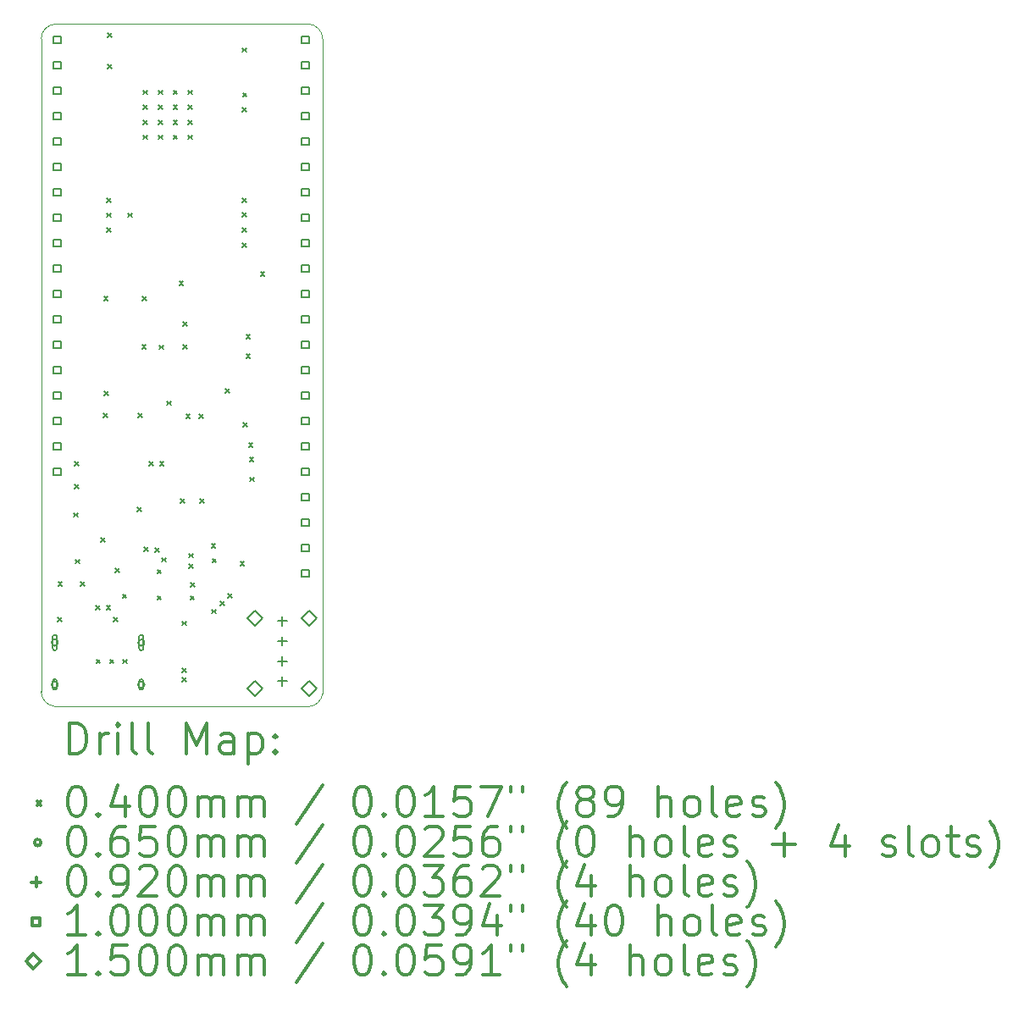
<source format=gbr>
%FSLAX45Y45*%
G04 Gerber Fmt 4.5, Leading zero omitted, Abs format (unit mm)*
G04 Created by KiCad (PCBNEW 5.1.10-88a1d61d58~90~ubuntu20.04.1) date 2021-07-14 19:36:43*
%MOMM*%
%LPD*%
G01*
G04 APERTURE LIST*
%TA.AperFunction,Profile*%
%ADD10C,0.050000*%
%TD*%
%ADD11C,0.200000*%
%ADD12C,0.300000*%
G04 APERTURE END LIST*
D10*
X16582000Y-5792000D02*
X16582104Y-12315978D01*
X16715000Y-12465000D02*
X19246978Y-12467896D01*
X16715000Y-12465000D02*
G75*
G02*
X16582104Y-12315978I17104J149022D01*
G01*
X19396000Y-5792000D02*
X19396000Y-12335000D01*
X16732000Y-5642000D02*
X19245856Y-5641898D01*
X19396000Y-12335000D02*
G75*
G02*
X19246978Y-12467896I-149022J17104D01*
G01*
X16582000Y-5792000D02*
G75*
G02*
X16732000Y-5642000I150000J0D01*
G01*
X19245856Y-5641898D02*
G75*
G02*
X19396000Y-5792000I0J-150144D01*
G01*
D11*
X16747000Y-11578000D02*
X16787000Y-11618000D01*
X16787000Y-11578000D02*
X16747000Y-11618000D01*
X16751000Y-11219000D02*
X16791000Y-11259000D01*
X16791000Y-11219000D02*
X16751000Y-11259000D01*
X16908000Y-10531000D02*
X16948000Y-10571000D01*
X16948000Y-10531000D02*
X16908000Y-10571000D01*
X16918266Y-10017944D02*
X16958266Y-10057944D01*
X16958266Y-10017944D02*
X16918266Y-10057944D01*
X16919282Y-10244766D02*
X16959282Y-10284766D01*
X16959282Y-10244766D02*
X16919282Y-10284766D01*
X16923092Y-10996098D02*
X16963092Y-11036098D01*
X16963092Y-10996098D02*
X16923092Y-11036098D01*
X16975000Y-11218000D02*
X17015000Y-11258000D01*
X17015000Y-11218000D02*
X16975000Y-11258000D01*
X17128250Y-11456500D02*
X17168250Y-11496500D01*
X17168250Y-11456500D02*
X17128250Y-11496500D01*
X17133698Y-11996302D02*
X17173698Y-12036302D01*
X17173698Y-11996302D02*
X17133698Y-12036302D01*
X17181861Y-10779476D02*
X17221861Y-10819476D01*
X17221861Y-10779476D02*
X17181861Y-10819476D01*
X17201952Y-9532772D02*
X17241952Y-9572772D01*
X17241952Y-9532772D02*
X17201952Y-9572772D01*
X17208080Y-8365420D02*
X17248080Y-8405420D01*
X17248080Y-8365420D02*
X17208080Y-8405420D01*
X17215700Y-9317920D02*
X17255700Y-9357920D01*
X17255700Y-9317920D02*
X17215700Y-9357920D01*
X17233250Y-11456500D02*
X17273250Y-11496500D01*
X17273250Y-11456500D02*
X17233250Y-11496500D01*
X17237798Y-7683938D02*
X17277798Y-7723938D01*
X17277798Y-7683938D02*
X17237798Y-7723938D01*
X17238814Y-7532808D02*
X17278814Y-7572808D01*
X17278814Y-7532808D02*
X17238814Y-7572808D01*
X17239322Y-7386250D02*
X17279322Y-7426250D01*
X17279322Y-7386250D02*
X17239322Y-7426250D01*
X17244910Y-5735250D02*
X17284910Y-5775250D01*
X17284910Y-5735250D02*
X17244910Y-5775250D01*
X17245164Y-6046400D02*
X17285164Y-6086400D01*
X17285164Y-6046400D02*
X17245164Y-6086400D01*
X17268174Y-11996302D02*
X17308174Y-12036302D01*
X17308174Y-11996302D02*
X17268174Y-12036302D01*
X17309000Y-11579000D02*
X17349000Y-11619000D01*
X17349000Y-11579000D02*
X17309000Y-11619000D01*
X17326330Y-11085468D02*
X17366330Y-11125468D01*
X17366330Y-11085468D02*
X17326330Y-11125468D01*
X17396331Y-11343024D02*
X17436331Y-11383024D01*
X17436331Y-11343024D02*
X17396331Y-11383024D01*
X17397968Y-11996302D02*
X17437968Y-12036302D01*
X17437968Y-11996302D02*
X17397968Y-12036302D01*
X17450039Y-7532554D02*
X17490039Y-7572554D01*
X17490039Y-7532554D02*
X17450039Y-7572554D01*
X17544001Y-10472904D02*
X17584001Y-10512904D01*
X17584001Y-10472904D02*
X17544001Y-10512904D01*
X17554028Y-9535344D02*
X17594028Y-9575344D01*
X17594028Y-9535344D02*
X17554028Y-9575344D01*
X17589334Y-8850052D02*
X17629334Y-8890052D01*
X17629334Y-8850052D02*
X17589334Y-8890052D01*
X17594160Y-8365420D02*
X17634160Y-8405420D01*
X17634160Y-8365420D02*
X17594160Y-8405420D01*
X17603470Y-6304630D02*
X17643470Y-6344630D01*
X17643470Y-6304630D02*
X17603470Y-6344630D01*
X17603470Y-6454630D02*
X17643470Y-6494630D01*
X17643470Y-6454630D02*
X17603470Y-6494630D01*
X17603470Y-6604630D02*
X17643470Y-6644630D01*
X17643470Y-6604630D02*
X17603470Y-6644630D01*
X17603470Y-6754630D02*
X17643470Y-6794630D01*
X17643470Y-6754630D02*
X17603470Y-6794630D01*
X17613858Y-10874902D02*
X17653858Y-10914902D01*
X17653858Y-10874902D02*
X17613858Y-10914902D01*
X17663466Y-10015620D02*
X17703466Y-10055620D01*
X17703466Y-10015620D02*
X17663466Y-10055620D01*
X17724000Y-10880000D02*
X17764000Y-10920000D01*
X17764000Y-10880000D02*
X17724000Y-10920000D01*
X17742890Y-11359280D02*
X17782890Y-11399280D01*
X17782890Y-11359280D02*
X17742890Y-11399280D01*
X17743144Y-11096898D02*
X17783144Y-11136898D01*
X17783144Y-11096898D02*
X17743144Y-11136898D01*
X17753470Y-6304630D02*
X17793470Y-6344630D01*
X17793470Y-6304630D02*
X17753470Y-6344630D01*
X17753470Y-6454630D02*
X17793470Y-6494630D01*
X17793470Y-6454630D02*
X17753470Y-6494630D01*
X17753470Y-6604630D02*
X17793470Y-6644630D01*
X17793470Y-6604630D02*
X17753470Y-6644630D01*
X17753470Y-6754630D02*
X17793470Y-6794630D01*
X17793470Y-6754630D02*
X17753470Y-6794630D01*
X17761800Y-8854370D02*
X17801800Y-8894370D01*
X17801800Y-8854370D02*
X17761800Y-8894370D01*
X17768466Y-10015620D02*
X17808466Y-10055620D01*
X17808466Y-10015620D02*
X17768466Y-10055620D01*
X17789626Y-10979550D02*
X17829626Y-11019550D01*
X17829626Y-10979550D02*
X17789626Y-11019550D01*
X17838000Y-9411900D02*
X17878000Y-9451900D01*
X17878000Y-9411900D02*
X17838000Y-9451900D01*
X17903470Y-6304630D02*
X17943470Y-6344630D01*
X17943470Y-6304630D02*
X17903470Y-6344630D01*
X17903470Y-6454630D02*
X17943470Y-6494630D01*
X17943470Y-6454630D02*
X17903470Y-6494630D01*
X17903470Y-6604630D02*
X17943470Y-6644630D01*
X17943470Y-6604630D02*
X17903470Y-6644630D01*
X17903470Y-6754630D02*
X17943470Y-6794630D01*
X17943470Y-6754630D02*
X17903470Y-6794630D01*
X17962968Y-8215052D02*
X18002968Y-8255052D01*
X18002968Y-8215052D02*
X17962968Y-8255052D01*
X17977700Y-10391070D02*
X18017700Y-10431070D01*
X18017700Y-10391070D02*
X17977700Y-10431070D01*
X17990540Y-12177414D02*
X18030540Y-12217414D01*
X18030540Y-12177414D02*
X17990540Y-12217414D01*
X17992064Y-11614042D02*
X18032064Y-11654042D01*
X18032064Y-11614042D02*
X17992064Y-11654042D01*
X17992318Y-12082164D02*
X18032318Y-12122164D01*
X18032318Y-12082164D02*
X17992318Y-12122164D01*
X17999250Y-8619290D02*
X18039250Y-8659290D01*
X18039250Y-8619290D02*
X17999250Y-8659290D01*
X17999250Y-8849290D02*
X18039250Y-8889290D01*
X18039250Y-8849290D02*
X17999250Y-8889290D01*
X18030532Y-9544488D02*
X18070532Y-9584488D01*
X18070532Y-9544488D02*
X18030532Y-9584488D01*
X18053470Y-6304630D02*
X18093470Y-6344630D01*
X18093470Y-6304630D02*
X18053470Y-6344630D01*
X18053470Y-6454630D02*
X18093470Y-6494630D01*
X18093470Y-6454630D02*
X18053470Y-6494630D01*
X18053470Y-6604630D02*
X18093470Y-6644630D01*
X18093470Y-6604630D02*
X18053470Y-6644630D01*
X18053470Y-6754630D02*
X18093470Y-6794630D01*
X18093470Y-6754630D02*
X18053470Y-6794630D01*
X18057466Y-11042036D02*
X18097466Y-11082036D01*
X18097466Y-11042036D02*
X18057466Y-11082036D01*
X18058389Y-10937340D02*
X18098389Y-10977340D01*
X18098389Y-10937340D02*
X18058389Y-10977340D01*
X18073090Y-11359280D02*
X18113090Y-11399280D01*
X18113090Y-11359280D02*
X18073090Y-11399280D01*
X18078170Y-11231264D02*
X18118170Y-11271264D01*
X18118170Y-11231264D02*
X18078170Y-11271264D01*
X18158548Y-9541948D02*
X18198548Y-9581948D01*
X18198548Y-9541948D02*
X18158548Y-9581948D01*
X18170740Y-10389800D02*
X18210740Y-10429800D01*
X18210740Y-10389800D02*
X18170740Y-10429800D01*
X18283910Y-10836802D02*
X18323910Y-10876802D01*
X18323910Y-10836802D02*
X18283910Y-10876802D01*
X18290686Y-11496104D02*
X18330686Y-11536104D01*
X18330686Y-11496104D02*
X18290686Y-11536104D01*
X18293766Y-10987001D02*
X18333766Y-11027001D01*
X18333766Y-10987001D02*
X18293766Y-11027001D01*
X18373617Y-11413173D02*
X18413617Y-11453173D01*
X18413617Y-11413173D02*
X18373617Y-11453173D01*
X18424232Y-9292520D02*
X18464232Y-9332520D01*
X18464232Y-9292520D02*
X18424232Y-9332520D01*
X18450071Y-11336719D02*
X18490071Y-11376719D01*
X18490071Y-11336719D02*
X18450071Y-11376719D01*
X18573029Y-11015909D02*
X18613029Y-11055909D01*
X18613029Y-11015909D02*
X18573029Y-11055909D01*
X18590348Y-7528744D02*
X18630348Y-7568744D01*
X18630348Y-7528744D02*
X18590348Y-7568744D01*
X18590348Y-7832528D02*
X18630348Y-7872528D01*
X18630348Y-7832528D02*
X18590348Y-7872528D01*
X18590602Y-7682922D02*
X18630602Y-7722922D01*
X18630602Y-7682922D02*
X18590602Y-7722922D01*
X18592126Y-5882062D02*
X18632126Y-5922062D01*
X18632126Y-5882062D02*
X18592126Y-5922062D01*
X18593396Y-7383710D02*
X18633396Y-7423710D01*
X18633396Y-7383710D02*
X18593396Y-7423710D01*
X18595428Y-6482010D02*
X18635428Y-6522010D01*
X18635428Y-6482010D02*
X18595428Y-6522010D01*
X18596444Y-6331134D02*
X18636444Y-6371134D01*
X18636444Y-6331134D02*
X18596444Y-6371134D01*
X18603810Y-9627292D02*
X18643810Y-9667292D01*
X18643810Y-9627292D02*
X18603810Y-9667292D01*
X18630480Y-8749976D02*
X18670480Y-8789976D01*
X18670480Y-8749976D02*
X18630480Y-8789976D01*
X18630480Y-8944032D02*
X18670480Y-8984032D01*
X18670480Y-8944032D02*
X18630480Y-8984032D01*
X18656331Y-9830549D02*
X18696331Y-9870549D01*
X18696331Y-9830549D02*
X18656331Y-9870549D01*
X18666040Y-9977050D02*
X18706040Y-10017050D01*
X18706040Y-9977050D02*
X18666040Y-10017050D01*
X18667310Y-10173900D02*
X18707310Y-10213900D01*
X18707310Y-10173900D02*
X18667310Y-10213900D01*
X18775260Y-8122596D02*
X18815260Y-8162596D01*
X18815260Y-8122596D02*
X18775260Y-8162596D01*
X16751250Y-11827928D02*
G75*
G03*
X16751250Y-11827928I-32500J0D01*
G01*
X16696250Y-11772928D02*
X16696250Y-11882928D01*
X16741250Y-11772928D02*
X16741250Y-11882928D01*
X16696250Y-11882928D02*
G75*
G03*
X16741250Y-11882928I22500J0D01*
G01*
X16741250Y-11772928D02*
G75*
G03*
X16696250Y-11772928I-22500J0D01*
G01*
X16751250Y-12245928D02*
G75*
G03*
X16751250Y-12245928I-32500J0D01*
G01*
X16696250Y-12215928D02*
X16696250Y-12275928D01*
X16741250Y-12215928D02*
X16741250Y-12275928D01*
X16696250Y-12275928D02*
G75*
G03*
X16741250Y-12275928I22500J0D01*
G01*
X16741250Y-12215928D02*
G75*
G03*
X16696250Y-12215928I-22500J0D01*
G01*
X17615250Y-11827928D02*
G75*
G03*
X17615250Y-11827928I-32500J0D01*
G01*
X17560250Y-11772928D02*
X17560250Y-11882928D01*
X17605250Y-11772928D02*
X17605250Y-11882928D01*
X17560250Y-11882928D02*
G75*
G03*
X17605250Y-11882928I22500J0D01*
G01*
X17605250Y-11772928D02*
G75*
G03*
X17560250Y-11772928I-22500J0D01*
G01*
X17615250Y-12245928D02*
G75*
G03*
X17615250Y-12245928I-32500J0D01*
G01*
X17560250Y-12215928D02*
X17560250Y-12275928D01*
X17605250Y-12215928D02*
X17605250Y-12275928D01*
X17560250Y-12275928D02*
G75*
G03*
X17605250Y-12275928I22500J0D01*
G01*
X17605250Y-12215928D02*
G75*
G03*
X17560250Y-12215928I-22500J0D01*
G01*
X18991234Y-11566400D02*
X18991234Y-11658400D01*
X18945234Y-11612400D02*
X19037234Y-11612400D01*
X18991234Y-11766400D02*
X18991234Y-11858400D01*
X18945234Y-11812400D02*
X19037234Y-11812400D01*
X18991234Y-11966400D02*
X18991234Y-12058400D01*
X18945234Y-12012400D02*
X19037234Y-12012400D01*
X18991234Y-12166400D02*
X18991234Y-12258400D01*
X18945234Y-12212400D02*
X19037234Y-12212400D01*
X16778356Y-5836856D02*
X16778356Y-5766144D01*
X16707644Y-5766144D01*
X16707644Y-5836856D01*
X16778356Y-5836856D01*
X16778356Y-6090856D02*
X16778356Y-6020144D01*
X16707644Y-6020144D01*
X16707644Y-6090856D01*
X16778356Y-6090856D01*
X16778356Y-6344856D02*
X16778356Y-6274144D01*
X16707644Y-6274144D01*
X16707644Y-6344856D01*
X16778356Y-6344856D01*
X16778356Y-6598856D02*
X16778356Y-6528144D01*
X16707644Y-6528144D01*
X16707644Y-6598856D01*
X16778356Y-6598856D01*
X16778356Y-6852856D02*
X16778356Y-6782144D01*
X16707644Y-6782144D01*
X16707644Y-6852856D01*
X16778356Y-6852856D01*
X16778356Y-7106856D02*
X16778356Y-7036144D01*
X16707644Y-7036144D01*
X16707644Y-7106856D01*
X16778356Y-7106856D01*
X16778356Y-7360856D02*
X16778356Y-7290144D01*
X16707644Y-7290144D01*
X16707644Y-7360856D01*
X16778356Y-7360856D01*
X16778356Y-7614856D02*
X16778356Y-7544144D01*
X16707644Y-7544144D01*
X16707644Y-7614856D01*
X16778356Y-7614856D01*
X16778356Y-7868856D02*
X16778356Y-7798144D01*
X16707644Y-7798144D01*
X16707644Y-7868856D01*
X16778356Y-7868856D01*
X16778356Y-8122856D02*
X16778356Y-8052144D01*
X16707644Y-8052144D01*
X16707644Y-8122856D01*
X16778356Y-8122856D01*
X16778356Y-8376856D02*
X16778356Y-8306144D01*
X16707644Y-8306144D01*
X16707644Y-8376856D01*
X16778356Y-8376856D01*
X16778356Y-8630856D02*
X16778356Y-8560144D01*
X16707644Y-8560144D01*
X16707644Y-8630856D01*
X16778356Y-8630856D01*
X16778356Y-8884856D02*
X16778356Y-8814144D01*
X16707644Y-8814144D01*
X16707644Y-8884856D01*
X16778356Y-8884856D01*
X16778356Y-9138856D02*
X16778356Y-9068144D01*
X16707644Y-9068144D01*
X16707644Y-9138856D01*
X16778356Y-9138856D01*
X16778356Y-9392856D02*
X16778356Y-9322144D01*
X16707644Y-9322144D01*
X16707644Y-9392856D01*
X16778356Y-9392856D01*
X16778356Y-9646856D02*
X16778356Y-9576144D01*
X16707644Y-9576144D01*
X16707644Y-9646856D01*
X16778356Y-9646856D01*
X16778356Y-9900856D02*
X16778356Y-9830144D01*
X16707644Y-9830144D01*
X16707644Y-9900856D01*
X16778356Y-9900856D01*
X16778356Y-10154856D02*
X16778356Y-10084144D01*
X16707644Y-10084144D01*
X16707644Y-10154856D01*
X16778356Y-10154856D01*
X19257356Y-5836856D02*
X19257356Y-5766144D01*
X19186644Y-5766144D01*
X19186644Y-5836856D01*
X19257356Y-5836856D01*
X19257356Y-6090856D02*
X19257356Y-6020144D01*
X19186644Y-6020144D01*
X19186644Y-6090856D01*
X19257356Y-6090856D01*
X19257356Y-6344856D02*
X19257356Y-6274144D01*
X19186644Y-6274144D01*
X19186644Y-6344856D01*
X19257356Y-6344856D01*
X19257356Y-6598856D02*
X19257356Y-6528144D01*
X19186644Y-6528144D01*
X19186644Y-6598856D01*
X19257356Y-6598856D01*
X19257356Y-6852856D02*
X19257356Y-6782144D01*
X19186644Y-6782144D01*
X19186644Y-6852856D01*
X19257356Y-6852856D01*
X19257356Y-7106856D02*
X19257356Y-7036144D01*
X19186644Y-7036144D01*
X19186644Y-7106856D01*
X19257356Y-7106856D01*
X19257356Y-7360856D02*
X19257356Y-7290144D01*
X19186644Y-7290144D01*
X19186644Y-7360856D01*
X19257356Y-7360856D01*
X19257356Y-7614856D02*
X19257356Y-7544144D01*
X19186644Y-7544144D01*
X19186644Y-7614856D01*
X19257356Y-7614856D01*
X19257356Y-7868856D02*
X19257356Y-7798144D01*
X19186644Y-7798144D01*
X19186644Y-7868856D01*
X19257356Y-7868856D01*
X19257356Y-8122856D02*
X19257356Y-8052144D01*
X19186644Y-8052144D01*
X19186644Y-8122856D01*
X19257356Y-8122856D01*
X19257356Y-8376856D02*
X19257356Y-8306144D01*
X19186644Y-8306144D01*
X19186644Y-8376856D01*
X19257356Y-8376856D01*
X19257356Y-8630856D02*
X19257356Y-8560144D01*
X19186644Y-8560144D01*
X19186644Y-8630856D01*
X19257356Y-8630856D01*
X19257356Y-8884856D02*
X19257356Y-8814144D01*
X19186644Y-8814144D01*
X19186644Y-8884856D01*
X19257356Y-8884856D01*
X19257356Y-9138856D02*
X19257356Y-9068144D01*
X19186644Y-9068144D01*
X19186644Y-9138856D01*
X19257356Y-9138856D01*
X19257356Y-9392856D02*
X19257356Y-9322144D01*
X19186644Y-9322144D01*
X19186644Y-9392856D01*
X19257356Y-9392856D01*
X19257356Y-9646856D02*
X19257356Y-9576144D01*
X19186644Y-9576144D01*
X19186644Y-9646856D01*
X19257356Y-9646856D01*
X19257356Y-9900856D02*
X19257356Y-9830144D01*
X19186644Y-9830144D01*
X19186644Y-9900856D01*
X19257356Y-9900856D01*
X19257356Y-10154856D02*
X19257356Y-10084144D01*
X19186644Y-10084144D01*
X19186644Y-10154856D01*
X19257356Y-10154856D01*
X19257356Y-10408856D02*
X19257356Y-10338144D01*
X19186644Y-10338144D01*
X19186644Y-10408856D01*
X19257356Y-10408856D01*
X19257356Y-10662856D02*
X19257356Y-10592144D01*
X19186644Y-10592144D01*
X19186644Y-10662856D01*
X19257356Y-10662856D01*
X19257356Y-10916856D02*
X19257356Y-10846144D01*
X19186644Y-10846144D01*
X19186644Y-10916856D01*
X19257356Y-10916856D01*
X19257356Y-11170856D02*
X19257356Y-11100144D01*
X19186644Y-11100144D01*
X19186644Y-11170856D01*
X19257356Y-11170856D01*
X18719234Y-11660400D02*
X18794234Y-11585400D01*
X18719234Y-11510400D01*
X18644234Y-11585400D01*
X18719234Y-11660400D01*
X18719234Y-12360400D02*
X18794234Y-12285400D01*
X18719234Y-12210400D01*
X18644234Y-12285400D01*
X18719234Y-12360400D01*
X19263234Y-11660400D02*
X19338234Y-11585400D01*
X19263234Y-11510400D01*
X19188234Y-11585400D01*
X19263234Y-11660400D01*
X19263234Y-12360400D02*
X19338234Y-12285400D01*
X19263234Y-12210400D01*
X19188234Y-12285400D01*
X19263234Y-12360400D01*
D12*
X16865928Y-12936110D02*
X16865928Y-12636110D01*
X16937357Y-12636110D01*
X16980214Y-12650396D01*
X17008786Y-12678967D01*
X17023071Y-12707539D01*
X17037357Y-12764681D01*
X17037357Y-12807539D01*
X17023071Y-12864681D01*
X17008786Y-12893253D01*
X16980214Y-12921824D01*
X16937357Y-12936110D01*
X16865928Y-12936110D01*
X17165928Y-12936110D02*
X17165928Y-12736110D01*
X17165928Y-12793253D02*
X17180214Y-12764681D01*
X17194500Y-12750396D01*
X17223071Y-12736110D01*
X17251643Y-12736110D01*
X17351643Y-12936110D02*
X17351643Y-12736110D01*
X17351643Y-12636110D02*
X17337357Y-12650396D01*
X17351643Y-12664681D01*
X17365928Y-12650396D01*
X17351643Y-12636110D01*
X17351643Y-12664681D01*
X17537357Y-12936110D02*
X17508786Y-12921824D01*
X17494500Y-12893253D01*
X17494500Y-12636110D01*
X17694500Y-12936110D02*
X17665928Y-12921824D01*
X17651643Y-12893253D01*
X17651643Y-12636110D01*
X18037357Y-12936110D02*
X18037357Y-12636110D01*
X18137357Y-12850396D01*
X18237357Y-12636110D01*
X18237357Y-12936110D01*
X18508786Y-12936110D02*
X18508786Y-12778967D01*
X18494500Y-12750396D01*
X18465928Y-12736110D01*
X18408786Y-12736110D01*
X18380214Y-12750396D01*
X18508786Y-12921824D02*
X18480214Y-12936110D01*
X18408786Y-12936110D01*
X18380214Y-12921824D01*
X18365928Y-12893253D01*
X18365928Y-12864681D01*
X18380214Y-12836110D01*
X18408786Y-12821824D01*
X18480214Y-12821824D01*
X18508786Y-12807539D01*
X18651643Y-12736110D02*
X18651643Y-13036110D01*
X18651643Y-12750396D02*
X18680214Y-12736110D01*
X18737357Y-12736110D01*
X18765928Y-12750396D01*
X18780214Y-12764681D01*
X18794500Y-12793253D01*
X18794500Y-12878967D01*
X18780214Y-12907539D01*
X18765928Y-12921824D01*
X18737357Y-12936110D01*
X18680214Y-12936110D01*
X18651643Y-12921824D01*
X18923071Y-12907539D02*
X18937357Y-12921824D01*
X18923071Y-12936110D01*
X18908786Y-12921824D01*
X18923071Y-12907539D01*
X18923071Y-12936110D01*
X18923071Y-12750396D02*
X18937357Y-12764681D01*
X18923071Y-12778967D01*
X18908786Y-12764681D01*
X18923071Y-12750396D01*
X18923071Y-12778967D01*
X16539500Y-13410396D02*
X16579500Y-13450396D01*
X16579500Y-13410396D02*
X16539500Y-13450396D01*
X16923071Y-13266110D02*
X16951643Y-13266110D01*
X16980214Y-13280396D01*
X16994500Y-13294681D01*
X17008786Y-13323253D01*
X17023071Y-13380396D01*
X17023071Y-13451824D01*
X17008786Y-13508967D01*
X16994500Y-13537539D01*
X16980214Y-13551824D01*
X16951643Y-13566110D01*
X16923071Y-13566110D01*
X16894500Y-13551824D01*
X16880214Y-13537539D01*
X16865928Y-13508967D01*
X16851643Y-13451824D01*
X16851643Y-13380396D01*
X16865928Y-13323253D01*
X16880214Y-13294681D01*
X16894500Y-13280396D01*
X16923071Y-13266110D01*
X17151643Y-13537539D02*
X17165928Y-13551824D01*
X17151643Y-13566110D01*
X17137357Y-13551824D01*
X17151643Y-13537539D01*
X17151643Y-13566110D01*
X17423071Y-13366110D02*
X17423071Y-13566110D01*
X17351643Y-13251824D02*
X17280214Y-13466110D01*
X17465928Y-13466110D01*
X17637357Y-13266110D02*
X17665928Y-13266110D01*
X17694500Y-13280396D01*
X17708786Y-13294681D01*
X17723071Y-13323253D01*
X17737357Y-13380396D01*
X17737357Y-13451824D01*
X17723071Y-13508967D01*
X17708786Y-13537539D01*
X17694500Y-13551824D01*
X17665928Y-13566110D01*
X17637357Y-13566110D01*
X17608786Y-13551824D01*
X17594500Y-13537539D01*
X17580214Y-13508967D01*
X17565928Y-13451824D01*
X17565928Y-13380396D01*
X17580214Y-13323253D01*
X17594500Y-13294681D01*
X17608786Y-13280396D01*
X17637357Y-13266110D01*
X17923071Y-13266110D02*
X17951643Y-13266110D01*
X17980214Y-13280396D01*
X17994500Y-13294681D01*
X18008786Y-13323253D01*
X18023071Y-13380396D01*
X18023071Y-13451824D01*
X18008786Y-13508967D01*
X17994500Y-13537539D01*
X17980214Y-13551824D01*
X17951643Y-13566110D01*
X17923071Y-13566110D01*
X17894500Y-13551824D01*
X17880214Y-13537539D01*
X17865928Y-13508967D01*
X17851643Y-13451824D01*
X17851643Y-13380396D01*
X17865928Y-13323253D01*
X17880214Y-13294681D01*
X17894500Y-13280396D01*
X17923071Y-13266110D01*
X18151643Y-13566110D02*
X18151643Y-13366110D01*
X18151643Y-13394681D02*
X18165928Y-13380396D01*
X18194500Y-13366110D01*
X18237357Y-13366110D01*
X18265928Y-13380396D01*
X18280214Y-13408967D01*
X18280214Y-13566110D01*
X18280214Y-13408967D02*
X18294500Y-13380396D01*
X18323071Y-13366110D01*
X18365928Y-13366110D01*
X18394500Y-13380396D01*
X18408786Y-13408967D01*
X18408786Y-13566110D01*
X18551643Y-13566110D02*
X18551643Y-13366110D01*
X18551643Y-13394681D02*
X18565928Y-13380396D01*
X18594500Y-13366110D01*
X18637357Y-13366110D01*
X18665928Y-13380396D01*
X18680214Y-13408967D01*
X18680214Y-13566110D01*
X18680214Y-13408967D02*
X18694500Y-13380396D01*
X18723071Y-13366110D01*
X18765928Y-13366110D01*
X18794500Y-13380396D01*
X18808786Y-13408967D01*
X18808786Y-13566110D01*
X19394500Y-13251824D02*
X19137357Y-13637539D01*
X19780214Y-13266110D02*
X19808786Y-13266110D01*
X19837357Y-13280396D01*
X19851643Y-13294681D01*
X19865928Y-13323253D01*
X19880214Y-13380396D01*
X19880214Y-13451824D01*
X19865928Y-13508967D01*
X19851643Y-13537539D01*
X19837357Y-13551824D01*
X19808786Y-13566110D01*
X19780214Y-13566110D01*
X19751643Y-13551824D01*
X19737357Y-13537539D01*
X19723071Y-13508967D01*
X19708786Y-13451824D01*
X19708786Y-13380396D01*
X19723071Y-13323253D01*
X19737357Y-13294681D01*
X19751643Y-13280396D01*
X19780214Y-13266110D01*
X20008786Y-13537539D02*
X20023071Y-13551824D01*
X20008786Y-13566110D01*
X19994500Y-13551824D01*
X20008786Y-13537539D01*
X20008786Y-13566110D01*
X20208786Y-13266110D02*
X20237357Y-13266110D01*
X20265928Y-13280396D01*
X20280214Y-13294681D01*
X20294500Y-13323253D01*
X20308786Y-13380396D01*
X20308786Y-13451824D01*
X20294500Y-13508967D01*
X20280214Y-13537539D01*
X20265928Y-13551824D01*
X20237357Y-13566110D01*
X20208786Y-13566110D01*
X20180214Y-13551824D01*
X20165928Y-13537539D01*
X20151643Y-13508967D01*
X20137357Y-13451824D01*
X20137357Y-13380396D01*
X20151643Y-13323253D01*
X20165928Y-13294681D01*
X20180214Y-13280396D01*
X20208786Y-13266110D01*
X20594500Y-13566110D02*
X20423071Y-13566110D01*
X20508786Y-13566110D02*
X20508786Y-13266110D01*
X20480214Y-13308967D01*
X20451643Y-13337539D01*
X20423071Y-13351824D01*
X20865928Y-13266110D02*
X20723071Y-13266110D01*
X20708786Y-13408967D01*
X20723071Y-13394681D01*
X20751643Y-13380396D01*
X20823071Y-13380396D01*
X20851643Y-13394681D01*
X20865928Y-13408967D01*
X20880214Y-13437539D01*
X20880214Y-13508967D01*
X20865928Y-13537539D01*
X20851643Y-13551824D01*
X20823071Y-13566110D01*
X20751643Y-13566110D01*
X20723071Y-13551824D01*
X20708786Y-13537539D01*
X20980214Y-13266110D02*
X21180214Y-13266110D01*
X21051643Y-13566110D01*
X21280214Y-13266110D02*
X21280214Y-13323253D01*
X21394500Y-13266110D02*
X21394500Y-13323253D01*
X21837357Y-13680396D02*
X21823071Y-13666110D01*
X21794500Y-13623253D01*
X21780214Y-13594681D01*
X21765928Y-13551824D01*
X21751643Y-13480396D01*
X21751643Y-13423253D01*
X21765928Y-13351824D01*
X21780214Y-13308967D01*
X21794500Y-13280396D01*
X21823071Y-13237539D01*
X21837357Y-13223253D01*
X21994500Y-13394681D02*
X21965928Y-13380396D01*
X21951643Y-13366110D01*
X21937357Y-13337539D01*
X21937357Y-13323253D01*
X21951643Y-13294681D01*
X21965928Y-13280396D01*
X21994500Y-13266110D01*
X22051643Y-13266110D01*
X22080214Y-13280396D01*
X22094500Y-13294681D01*
X22108786Y-13323253D01*
X22108786Y-13337539D01*
X22094500Y-13366110D01*
X22080214Y-13380396D01*
X22051643Y-13394681D01*
X21994500Y-13394681D01*
X21965928Y-13408967D01*
X21951643Y-13423253D01*
X21937357Y-13451824D01*
X21937357Y-13508967D01*
X21951643Y-13537539D01*
X21965928Y-13551824D01*
X21994500Y-13566110D01*
X22051643Y-13566110D01*
X22080214Y-13551824D01*
X22094500Y-13537539D01*
X22108786Y-13508967D01*
X22108786Y-13451824D01*
X22094500Y-13423253D01*
X22080214Y-13408967D01*
X22051643Y-13394681D01*
X22251643Y-13566110D02*
X22308786Y-13566110D01*
X22337357Y-13551824D01*
X22351643Y-13537539D01*
X22380214Y-13494681D01*
X22394500Y-13437539D01*
X22394500Y-13323253D01*
X22380214Y-13294681D01*
X22365928Y-13280396D01*
X22337357Y-13266110D01*
X22280214Y-13266110D01*
X22251643Y-13280396D01*
X22237357Y-13294681D01*
X22223071Y-13323253D01*
X22223071Y-13394681D01*
X22237357Y-13423253D01*
X22251643Y-13437539D01*
X22280214Y-13451824D01*
X22337357Y-13451824D01*
X22365928Y-13437539D01*
X22380214Y-13423253D01*
X22394500Y-13394681D01*
X22751643Y-13566110D02*
X22751643Y-13266110D01*
X22880214Y-13566110D02*
X22880214Y-13408967D01*
X22865928Y-13380396D01*
X22837357Y-13366110D01*
X22794500Y-13366110D01*
X22765928Y-13380396D01*
X22751643Y-13394681D01*
X23065928Y-13566110D02*
X23037357Y-13551824D01*
X23023071Y-13537539D01*
X23008786Y-13508967D01*
X23008786Y-13423253D01*
X23023071Y-13394681D01*
X23037357Y-13380396D01*
X23065928Y-13366110D01*
X23108786Y-13366110D01*
X23137357Y-13380396D01*
X23151643Y-13394681D01*
X23165928Y-13423253D01*
X23165928Y-13508967D01*
X23151643Y-13537539D01*
X23137357Y-13551824D01*
X23108786Y-13566110D01*
X23065928Y-13566110D01*
X23337357Y-13566110D02*
X23308786Y-13551824D01*
X23294500Y-13523253D01*
X23294500Y-13266110D01*
X23565928Y-13551824D02*
X23537357Y-13566110D01*
X23480214Y-13566110D01*
X23451643Y-13551824D01*
X23437357Y-13523253D01*
X23437357Y-13408967D01*
X23451643Y-13380396D01*
X23480214Y-13366110D01*
X23537357Y-13366110D01*
X23565928Y-13380396D01*
X23580214Y-13408967D01*
X23580214Y-13437539D01*
X23437357Y-13466110D01*
X23694500Y-13551824D02*
X23723071Y-13566110D01*
X23780214Y-13566110D01*
X23808786Y-13551824D01*
X23823071Y-13523253D01*
X23823071Y-13508967D01*
X23808786Y-13480396D01*
X23780214Y-13466110D01*
X23737357Y-13466110D01*
X23708786Y-13451824D01*
X23694500Y-13423253D01*
X23694500Y-13408967D01*
X23708786Y-13380396D01*
X23737357Y-13366110D01*
X23780214Y-13366110D01*
X23808786Y-13380396D01*
X23923071Y-13680396D02*
X23937357Y-13666110D01*
X23965928Y-13623253D01*
X23980214Y-13594681D01*
X23994500Y-13551824D01*
X24008786Y-13480396D01*
X24008786Y-13423253D01*
X23994500Y-13351824D01*
X23980214Y-13308967D01*
X23965928Y-13280396D01*
X23937357Y-13237539D01*
X23923071Y-13223253D01*
X16579500Y-13826396D02*
G75*
G03*
X16579500Y-13826396I-32500J0D01*
G01*
X16923071Y-13662110D02*
X16951643Y-13662110D01*
X16980214Y-13676396D01*
X16994500Y-13690681D01*
X17008786Y-13719253D01*
X17023071Y-13776396D01*
X17023071Y-13847824D01*
X17008786Y-13904967D01*
X16994500Y-13933539D01*
X16980214Y-13947824D01*
X16951643Y-13962110D01*
X16923071Y-13962110D01*
X16894500Y-13947824D01*
X16880214Y-13933539D01*
X16865928Y-13904967D01*
X16851643Y-13847824D01*
X16851643Y-13776396D01*
X16865928Y-13719253D01*
X16880214Y-13690681D01*
X16894500Y-13676396D01*
X16923071Y-13662110D01*
X17151643Y-13933539D02*
X17165928Y-13947824D01*
X17151643Y-13962110D01*
X17137357Y-13947824D01*
X17151643Y-13933539D01*
X17151643Y-13962110D01*
X17423071Y-13662110D02*
X17365928Y-13662110D01*
X17337357Y-13676396D01*
X17323071Y-13690681D01*
X17294500Y-13733539D01*
X17280214Y-13790681D01*
X17280214Y-13904967D01*
X17294500Y-13933539D01*
X17308786Y-13947824D01*
X17337357Y-13962110D01*
X17394500Y-13962110D01*
X17423071Y-13947824D01*
X17437357Y-13933539D01*
X17451643Y-13904967D01*
X17451643Y-13833539D01*
X17437357Y-13804967D01*
X17423071Y-13790681D01*
X17394500Y-13776396D01*
X17337357Y-13776396D01*
X17308786Y-13790681D01*
X17294500Y-13804967D01*
X17280214Y-13833539D01*
X17723071Y-13662110D02*
X17580214Y-13662110D01*
X17565928Y-13804967D01*
X17580214Y-13790681D01*
X17608786Y-13776396D01*
X17680214Y-13776396D01*
X17708786Y-13790681D01*
X17723071Y-13804967D01*
X17737357Y-13833539D01*
X17737357Y-13904967D01*
X17723071Y-13933539D01*
X17708786Y-13947824D01*
X17680214Y-13962110D01*
X17608786Y-13962110D01*
X17580214Y-13947824D01*
X17565928Y-13933539D01*
X17923071Y-13662110D02*
X17951643Y-13662110D01*
X17980214Y-13676396D01*
X17994500Y-13690681D01*
X18008786Y-13719253D01*
X18023071Y-13776396D01*
X18023071Y-13847824D01*
X18008786Y-13904967D01*
X17994500Y-13933539D01*
X17980214Y-13947824D01*
X17951643Y-13962110D01*
X17923071Y-13962110D01*
X17894500Y-13947824D01*
X17880214Y-13933539D01*
X17865928Y-13904967D01*
X17851643Y-13847824D01*
X17851643Y-13776396D01*
X17865928Y-13719253D01*
X17880214Y-13690681D01*
X17894500Y-13676396D01*
X17923071Y-13662110D01*
X18151643Y-13962110D02*
X18151643Y-13762110D01*
X18151643Y-13790681D02*
X18165928Y-13776396D01*
X18194500Y-13762110D01*
X18237357Y-13762110D01*
X18265928Y-13776396D01*
X18280214Y-13804967D01*
X18280214Y-13962110D01*
X18280214Y-13804967D02*
X18294500Y-13776396D01*
X18323071Y-13762110D01*
X18365928Y-13762110D01*
X18394500Y-13776396D01*
X18408786Y-13804967D01*
X18408786Y-13962110D01*
X18551643Y-13962110D02*
X18551643Y-13762110D01*
X18551643Y-13790681D02*
X18565928Y-13776396D01*
X18594500Y-13762110D01*
X18637357Y-13762110D01*
X18665928Y-13776396D01*
X18680214Y-13804967D01*
X18680214Y-13962110D01*
X18680214Y-13804967D02*
X18694500Y-13776396D01*
X18723071Y-13762110D01*
X18765928Y-13762110D01*
X18794500Y-13776396D01*
X18808786Y-13804967D01*
X18808786Y-13962110D01*
X19394500Y-13647824D02*
X19137357Y-14033539D01*
X19780214Y-13662110D02*
X19808786Y-13662110D01*
X19837357Y-13676396D01*
X19851643Y-13690681D01*
X19865928Y-13719253D01*
X19880214Y-13776396D01*
X19880214Y-13847824D01*
X19865928Y-13904967D01*
X19851643Y-13933539D01*
X19837357Y-13947824D01*
X19808786Y-13962110D01*
X19780214Y-13962110D01*
X19751643Y-13947824D01*
X19737357Y-13933539D01*
X19723071Y-13904967D01*
X19708786Y-13847824D01*
X19708786Y-13776396D01*
X19723071Y-13719253D01*
X19737357Y-13690681D01*
X19751643Y-13676396D01*
X19780214Y-13662110D01*
X20008786Y-13933539D02*
X20023071Y-13947824D01*
X20008786Y-13962110D01*
X19994500Y-13947824D01*
X20008786Y-13933539D01*
X20008786Y-13962110D01*
X20208786Y-13662110D02*
X20237357Y-13662110D01*
X20265928Y-13676396D01*
X20280214Y-13690681D01*
X20294500Y-13719253D01*
X20308786Y-13776396D01*
X20308786Y-13847824D01*
X20294500Y-13904967D01*
X20280214Y-13933539D01*
X20265928Y-13947824D01*
X20237357Y-13962110D01*
X20208786Y-13962110D01*
X20180214Y-13947824D01*
X20165928Y-13933539D01*
X20151643Y-13904967D01*
X20137357Y-13847824D01*
X20137357Y-13776396D01*
X20151643Y-13719253D01*
X20165928Y-13690681D01*
X20180214Y-13676396D01*
X20208786Y-13662110D01*
X20423071Y-13690681D02*
X20437357Y-13676396D01*
X20465928Y-13662110D01*
X20537357Y-13662110D01*
X20565928Y-13676396D01*
X20580214Y-13690681D01*
X20594500Y-13719253D01*
X20594500Y-13747824D01*
X20580214Y-13790681D01*
X20408786Y-13962110D01*
X20594500Y-13962110D01*
X20865928Y-13662110D02*
X20723071Y-13662110D01*
X20708786Y-13804967D01*
X20723071Y-13790681D01*
X20751643Y-13776396D01*
X20823071Y-13776396D01*
X20851643Y-13790681D01*
X20865928Y-13804967D01*
X20880214Y-13833539D01*
X20880214Y-13904967D01*
X20865928Y-13933539D01*
X20851643Y-13947824D01*
X20823071Y-13962110D01*
X20751643Y-13962110D01*
X20723071Y-13947824D01*
X20708786Y-13933539D01*
X21137357Y-13662110D02*
X21080214Y-13662110D01*
X21051643Y-13676396D01*
X21037357Y-13690681D01*
X21008786Y-13733539D01*
X20994500Y-13790681D01*
X20994500Y-13904967D01*
X21008786Y-13933539D01*
X21023071Y-13947824D01*
X21051643Y-13962110D01*
X21108786Y-13962110D01*
X21137357Y-13947824D01*
X21151643Y-13933539D01*
X21165928Y-13904967D01*
X21165928Y-13833539D01*
X21151643Y-13804967D01*
X21137357Y-13790681D01*
X21108786Y-13776396D01*
X21051643Y-13776396D01*
X21023071Y-13790681D01*
X21008786Y-13804967D01*
X20994500Y-13833539D01*
X21280214Y-13662110D02*
X21280214Y-13719253D01*
X21394500Y-13662110D02*
X21394500Y-13719253D01*
X21837357Y-14076396D02*
X21823071Y-14062110D01*
X21794500Y-14019253D01*
X21780214Y-13990681D01*
X21765928Y-13947824D01*
X21751643Y-13876396D01*
X21751643Y-13819253D01*
X21765928Y-13747824D01*
X21780214Y-13704967D01*
X21794500Y-13676396D01*
X21823071Y-13633539D01*
X21837357Y-13619253D01*
X22008786Y-13662110D02*
X22037357Y-13662110D01*
X22065928Y-13676396D01*
X22080214Y-13690681D01*
X22094500Y-13719253D01*
X22108786Y-13776396D01*
X22108786Y-13847824D01*
X22094500Y-13904967D01*
X22080214Y-13933539D01*
X22065928Y-13947824D01*
X22037357Y-13962110D01*
X22008786Y-13962110D01*
X21980214Y-13947824D01*
X21965928Y-13933539D01*
X21951643Y-13904967D01*
X21937357Y-13847824D01*
X21937357Y-13776396D01*
X21951643Y-13719253D01*
X21965928Y-13690681D01*
X21980214Y-13676396D01*
X22008786Y-13662110D01*
X22465928Y-13962110D02*
X22465928Y-13662110D01*
X22594500Y-13962110D02*
X22594500Y-13804967D01*
X22580214Y-13776396D01*
X22551643Y-13762110D01*
X22508786Y-13762110D01*
X22480214Y-13776396D01*
X22465928Y-13790681D01*
X22780214Y-13962110D02*
X22751643Y-13947824D01*
X22737357Y-13933539D01*
X22723071Y-13904967D01*
X22723071Y-13819253D01*
X22737357Y-13790681D01*
X22751643Y-13776396D01*
X22780214Y-13762110D01*
X22823071Y-13762110D01*
X22851643Y-13776396D01*
X22865928Y-13790681D01*
X22880214Y-13819253D01*
X22880214Y-13904967D01*
X22865928Y-13933539D01*
X22851643Y-13947824D01*
X22823071Y-13962110D01*
X22780214Y-13962110D01*
X23051643Y-13962110D02*
X23023071Y-13947824D01*
X23008786Y-13919253D01*
X23008786Y-13662110D01*
X23280214Y-13947824D02*
X23251643Y-13962110D01*
X23194500Y-13962110D01*
X23165928Y-13947824D01*
X23151643Y-13919253D01*
X23151643Y-13804967D01*
X23165928Y-13776396D01*
X23194500Y-13762110D01*
X23251643Y-13762110D01*
X23280214Y-13776396D01*
X23294500Y-13804967D01*
X23294500Y-13833539D01*
X23151643Y-13862110D01*
X23408786Y-13947824D02*
X23437357Y-13962110D01*
X23494500Y-13962110D01*
X23523071Y-13947824D01*
X23537357Y-13919253D01*
X23537357Y-13904967D01*
X23523071Y-13876396D01*
X23494500Y-13862110D01*
X23451643Y-13862110D01*
X23423071Y-13847824D01*
X23408786Y-13819253D01*
X23408786Y-13804967D01*
X23423071Y-13776396D01*
X23451643Y-13762110D01*
X23494500Y-13762110D01*
X23523071Y-13776396D01*
X23894500Y-13847824D02*
X24123071Y-13847824D01*
X24008786Y-13962110D02*
X24008786Y-13733539D01*
X24623071Y-13762110D02*
X24623071Y-13962110D01*
X24551643Y-13647824D02*
X24480214Y-13862110D01*
X24665928Y-13862110D01*
X24994500Y-13947824D02*
X25023071Y-13962110D01*
X25080214Y-13962110D01*
X25108786Y-13947824D01*
X25123071Y-13919253D01*
X25123071Y-13904967D01*
X25108786Y-13876396D01*
X25080214Y-13862110D01*
X25037357Y-13862110D01*
X25008786Y-13847824D01*
X24994500Y-13819253D01*
X24994500Y-13804967D01*
X25008786Y-13776396D01*
X25037357Y-13762110D01*
X25080214Y-13762110D01*
X25108786Y-13776396D01*
X25294500Y-13962110D02*
X25265928Y-13947824D01*
X25251643Y-13919253D01*
X25251643Y-13662110D01*
X25451643Y-13962110D02*
X25423071Y-13947824D01*
X25408786Y-13933539D01*
X25394500Y-13904967D01*
X25394500Y-13819253D01*
X25408786Y-13790681D01*
X25423071Y-13776396D01*
X25451643Y-13762110D01*
X25494500Y-13762110D01*
X25523071Y-13776396D01*
X25537357Y-13790681D01*
X25551643Y-13819253D01*
X25551643Y-13904967D01*
X25537357Y-13933539D01*
X25523071Y-13947824D01*
X25494500Y-13962110D01*
X25451643Y-13962110D01*
X25637357Y-13762110D02*
X25751643Y-13762110D01*
X25680214Y-13662110D02*
X25680214Y-13919253D01*
X25694500Y-13947824D01*
X25723071Y-13962110D01*
X25751643Y-13962110D01*
X25837357Y-13947824D02*
X25865928Y-13962110D01*
X25923071Y-13962110D01*
X25951643Y-13947824D01*
X25965928Y-13919253D01*
X25965928Y-13904967D01*
X25951643Y-13876396D01*
X25923071Y-13862110D01*
X25880214Y-13862110D01*
X25851643Y-13847824D01*
X25837357Y-13819253D01*
X25837357Y-13804967D01*
X25851643Y-13776396D01*
X25880214Y-13762110D01*
X25923071Y-13762110D01*
X25951643Y-13776396D01*
X26065928Y-14076396D02*
X26080214Y-14062110D01*
X26108786Y-14019253D01*
X26123071Y-13990681D01*
X26137357Y-13947824D01*
X26151643Y-13876396D01*
X26151643Y-13819253D01*
X26137357Y-13747824D01*
X26123071Y-13704967D01*
X26108786Y-13676396D01*
X26080214Y-13633539D01*
X26065928Y-13619253D01*
X16533500Y-14176396D02*
X16533500Y-14268396D01*
X16487500Y-14222396D02*
X16579500Y-14222396D01*
X16923071Y-14058110D02*
X16951643Y-14058110D01*
X16980214Y-14072396D01*
X16994500Y-14086681D01*
X17008786Y-14115253D01*
X17023071Y-14172396D01*
X17023071Y-14243824D01*
X17008786Y-14300967D01*
X16994500Y-14329539D01*
X16980214Y-14343824D01*
X16951643Y-14358110D01*
X16923071Y-14358110D01*
X16894500Y-14343824D01*
X16880214Y-14329539D01*
X16865928Y-14300967D01*
X16851643Y-14243824D01*
X16851643Y-14172396D01*
X16865928Y-14115253D01*
X16880214Y-14086681D01*
X16894500Y-14072396D01*
X16923071Y-14058110D01*
X17151643Y-14329539D02*
X17165928Y-14343824D01*
X17151643Y-14358110D01*
X17137357Y-14343824D01*
X17151643Y-14329539D01*
X17151643Y-14358110D01*
X17308786Y-14358110D02*
X17365928Y-14358110D01*
X17394500Y-14343824D01*
X17408786Y-14329539D01*
X17437357Y-14286681D01*
X17451643Y-14229539D01*
X17451643Y-14115253D01*
X17437357Y-14086681D01*
X17423071Y-14072396D01*
X17394500Y-14058110D01*
X17337357Y-14058110D01*
X17308786Y-14072396D01*
X17294500Y-14086681D01*
X17280214Y-14115253D01*
X17280214Y-14186681D01*
X17294500Y-14215253D01*
X17308786Y-14229539D01*
X17337357Y-14243824D01*
X17394500Y-14243824D01*
X17423071Y-14229539D01*
X17437357Y-14215253D01*
X17451643Y-14186681D01*
X17565928Y-14086681D02*
X17580214Y-14072396D01*
X17608786Y-14058110D01*
X17680214Y-14058110D01*
X17708786Y-14072396D01*
X17723071Y-14086681D01*
X17737357Y-14115253D01*
X17737357Y-14143824D01*
X17723071Y-14186681D01*
X17551643Y-14358110D01*
X17737357Y-14358110D01*
X17923071Y-14058110D02*
X17951643Y-14058110D01*
X17980214Y-14072396D01*
X17994500Y-14086681D01*
X18008786Y-14115253D01*
X18023071Y-14172396D01*
X18023071Y-14243824D01*
X18008786Y-14300967D01*
X17994500Y-14329539D01*
X17980214Y-14343824D01*
X17951643Y-14358110D01*
X17923071Y-14358110D01*
X17894500Y-14343824D01*
X17880214Y-14329539D01*
X17865928Y-14300967D01*
X17851643Y-14243824D01*
X17851643Y-14172396D01*
X17865928Y-14115253D01*
X17880214Y-14086681D01*
X17894500Y-14072396D01*
X17923071Y-14058110D01*
X18151643Y-14358110D02*
X18151643Y-14158110D01*
X18151643Y-14186681D02*
X18165928Y-14172396D01*
X18194500Y-14158110D01*
X18237357Y-14158110D01*
X18265928Y-14172396D01*
X18280214Y-14200967D01*
X18280214Y-14358110D01*
X18280214Y-14200967D02*
X18294500Y-14172396D01*
X18323071Y-14158110D01*
X18365928Y-14158110D01*
X18394500Y-14172396D01*
X18408786Y-14200967D01*
X18408786Y-14358110D01*
X18551643Y-14358110D02*
X18551643Y-14158110D01*
X18551643Y-14186681D02*
X18565928Y-14172396D01*
X18594500Y-14158110D01*
X18637357Y-14158110D01*
X18665928Y-14172396D01*
X18680214Y-14200967D01*
X18680214Y-14358110D01*
X18680214Y-14200967D02*
X18694500Y-14172396D01*
X18723071Y-14158110D01*
X18765928Y-14158110D01*
X18794500Y-14172396D01*
X18808786Y-14200967D01*
X18808786Y-14358110D01*
X19394500Y-14043824D02*
X19137357Y-14429539D01*
X19780214Y-14058110D02*
X19808786Y-14058110D01*
X19837357Y-14072396D01*
X19851643Y-14086681D01*
X19865928Y-14115253D01*
X19880214Y-14172396D01*
X19880214Y-14243824D01*
X19865928Y-14300967D01*
X19851643Y-14329539D01*
X19837357Y-14343824D01*
X19808786Y-14358110D01*
X19780214Y-14358110D01*
X19751643Y-14343824D01*
X19737357Y-14329539D01*
X19723071Y-14300967D01*
X19708786Y-14243824D01*
X19708786Y-14172396D01*
X19723071Y-14115253D01*
X19737357Y-14086681D01*
X19751643Y-14072396D01*
X19780214Y-14058110D01*
X20008786Y-14329539D02*
X20023071Y-14343824D01*
X20008786Y-14358110D01*
X19994500Y-14343824D01*
X20008786Y-14329539D01*
X20008786Y-14358110D01*
X20208786Y-14058110D02*
X20237357Y-14058110D01*
X20265928Y-14072396D01*
X20280214Y-14086681D01*
X20294500Y-14115253D01*
X20308786Y-14172396D01*
X20308786Y-14243824D01*
X20294500Y-14300967D01*
X20280214Y-14329539D01*
X20265928Y-14343824D01*
X20237357Y-14358110D01*
X20208786Y-14358110D01*
X20180214Y-14343824D01*
X20165928Y-14329539D01*
X20151643Y-14300967D01*
X20137357Y-14243824D01*
X20137357Y-14172396D01*
X20151643Y-14115253D01*
X20165928Y-14086681D01*
X20180214Y-14072396D01*
X20208786Y-14058110D01*
X20408786Y-14058110D02*
X20594500Y-14058110D01*
X20494500Y-14172396D01*
X20537357Y-14172396D01*
X20565928Y-14186681D01*
X20580214Y-14200967D01*
X20594500Y-14229539D01*
X20594500Y-14300967D01*
X20580214Y-14329539D01*
X20565928Y-14343824D01*
X20537357Y-14358110D01*
X20451643Y-14358110D01*
X20423071Y-14343824D01*
X20408786Y-14329539D01*
X20851643Y-14058110D02*
X20794500Y-14058110D01*
X20765928Y-14072396D01*
X20751643Y-14086681D01*
X20723071Y-14129539D01*
X20708786Y-14186681D01*
X20708786Y-14300967D01*
X20723071Y-14329539D01*
X20737357Y-14343824D01*
X20765928Y-14358110D01*
X20823071Y-14358110D01*
X20851643Y-14343824D01*
X20865928Y-14329539D01*
X20880214Y-14300967D01*
X20880214Y-14229539D01*
X20865928Y-14200967D01*
X20851643Y-14186681D01*
X20823071Y-14172396D01*
X20765928Y-14172396D01*
X20737357Y-14186681D01*
X20723071Y-14200967D01*
X20708786Y-14229539D01*
X20994500Y-14086681D02*
X21008786Y-14072396D01*
X21037357Y-14058110D01*
X21108786Y-14058110D01*
X21137357Y-14072396D01*
X21151643Y-14086681D01*
X21165928Y-14115253D01*
X21165928Y-14143824D01*
X21151643Y-14186681D01*
X20980214Y-14358110D01*
X21165928Y-14358110D01*
X21280214Y-14058110D02*
X21280214Y-14115253D01*
X21394500Y-14058110D02*
X21394500Y-14115253D01*
X21837357Y-14472396D02*
X21823071Y-14458110D01*
X21794500Y-14415253D01*
X21780214Y-14386681D01*
X21765928Y-14343824D01*
X21751643Y-14272396D01*
X21751643Y-14215253D01*
X21765928Y-14143824D01*
X21780214Y-14100967D01*
X21794500Y-14072396D01*
X21823071Y-14029539D01*
X21837357Y-14015253D01*
X22080214Y-14158110D02*
X22080214Y-14358110D01*
X22008786Y-14043824D02*
X21937357Y-14258110D01*
X22123071Y-14258110D01*
X22465928Y-14358110D02*
X22465928Y-14058110D01*
X22594500Y-14358110D02*
X22594500Y-14200967D01*
X22580214Y-14172396D01*
X22551643Y-14158110D01*
X22508786Y-14158110D01*
X22480214Y-14172396D01*
X22465928Y-14186681D01*
X22780214Y-14358110D02*
X22751643Y-14343824D01*
X22737357Y-14329539D01*
X22723071Y-14300967D01*
X22723071Y-14215253D01*
X22737357Y-14186681D01*
X22751643Y-14172396D01*
X22780214Y-14158110D01*
X22823071Y-14158110D01*
X22851643Y-14172396D01*
X22865928Y-14186681D01*
X22880214Y-14215253D01*
X22880214Y-14300967D01*
X22865928Y-14329539D01*
X22851643Y-14343824D01*
X22823071Y-14358110D01*
X22780214Y-14358110D01*
X23051643Y-14358110D02*
X23023071Y-14343824D01*
X23008786Y-14315253D01*
X23008786Y-14058110D01*
X23280214Y-14343824D02*
X23251643Y-14358110D01*
X23194500Y-14358110D01*
X23165928Y-14343824D01*
X23151643Y-14315253D01*
X23151643Y-14200967D01*
X23165928Y-14172396D01*
X23194500Y-14158110D01*
X23251643Y-14158110D01*
X23280214Y-14172396D01*
X23294500Y-14200967D01*
X23294500Y-14229539D01*
X23151643Y-14258110D01*
X23408786Y-14343824D02*
X23437357Y-14358110D01*
X23494500Y-14358110D01*
X23523071Y-14343824D01*
X23537357Y-14315253D01*
X23537357Y-14300967D01*
X23523071Y-14272396D01*
X23494500Y-14258110D01*
X23451643Y-14258110D01*
X23423071Y-14243824D01*
X23408786Y-14215253D01*
X23408786Y-14200967D01*
X23423071Y-14172396D01*
X23451643Y-14158110D01*
X23494500Y-14158110D01*
X23523071Y-14172396D01*
X23637357Y-14472396D02*
X23651643Y-14458110D01*
X23680214Y-14415253D01*
X23694500Y-14386681D01*
X23708786Y-14343824D01*
X23723071Y-14272396D01*
X23723071Y-14215253D01*
X23708786Y-14143824D01*
X23694500Y-14100967D01*
X23680214Y-14072396D01*
X23651643Y-14029539D01*
X23637357Y-14015253D01*
X16564856Y-14653751D02*
X16564856Y-14583040D01*
X16494144Y-14583040D01*
X16494144Y-14653751D01*
X16564856Y-14653751D01*
X17023071Y-14754110D02*
X16851643Y-14754110D01*
X16937357Y-14754110D02*
X16937357Y-14454110D01*
X16908786Y-14496967D01*
X16880214Y-14525539D01*
X16851643Y-14539824D01*
X17151643Y-14725539D02*
X17165928Y-14739824D01*
X17151643Y-14754110D01*
X17137357Y-14739824D01*
X17151643Y-14725539D01*
X17151643Y-14754110D01*
X17351643Y-14454110D02*
X17380214Y-14454110D01*
X17408786Y-14468396D01*
X17423071Y-14482681D01*
X17437357Y-14511253D01*
X17451643Y-14568396D01*
X17451643Y-14639824D01*
X17437357Y-14696967D01*
X17423071Y-14725539D01*
X17408786Y-14739824D01*
X17380214Y-14754110D01*
X17351643Y-14754110D01*
X17323071Y-14739824D01*
X17308786Y-14725539D01*
X17294500Y-14696967D01*
X17280214Y-14639824D01*
X17280214Y-14568396D01*
X17294500Y-14511253D01*
X17308786Y-14482681D01*
X17323071Y-14468396D01*
X17351643Y-14454110D01*
X17637357Y-14454110D02*
X17665928Y-14454110D01*
X17694500Y-14468396D01*
X17708786Y-14482681D01*
X17723071Y-14511253D01*
X17737357Y-14568396D01*
X17737357Y-14639824D01*
X17723071Y-14696967D01*
X17708786Y-14725539D01*
X17694500Y-14739824D01*
X17665928Y-14754110D01*
X17637357Y-14754110D01*
X17608786Y-14739824D01*
X17594500Y-14725539D01*
X17580214Y-14696967D01*
X17565928Y-14639824D01*
X17565928Y-14568396D01*
X17580214Y-14511253D01*
X17594500Y-14482681D01*
X17608786Y-14468396D01*
X17637357Y-14454110D01*
X17923071Y-14454110D02*
X17951643Y-14454110D01*
X17980214Y-14468396D01*
X17994500Y-14482681D01*
X18008786Y-14511253D01*
X18023071Y-14568396D01*
X18023071Y-14639824D01*
X18008786Y-14696967D01*
X17994500Y-14725539D01*
X17980214Y-14739824D01*
X17951643Y-14754110D01*
X17923071Y-14754110D01*
X17894500Y-14739824D01*
X17880214Y-14725539D01*
X17865928Y-14696967D01*
X17851643Y-14639824D01*
X17851643Y-14568396D01*
X17865928Y-14511253D01*
X17880214Y-14482681D01*
X17894500Y-14468396D01*
X17923071Y-14454110D01*
X18151643Y-14754110D02*
X18151643Y-14554110D01*
X18151643Y-14582681D02*
X18165928Y-14568396D01*
X18194500Y-14554110D01*
X18237357Y-14554110D01*
X18265928Y-14568396D01*
X18280214Y-14596967D01*
X18280214Y-14754110D01*
X18280214Y-14596967D02*
X18294500Y-14568396D01*
X18323071Y-14554110D01*
X18365928Y-14554110D01*
X18394500Y-14568396D01*
X18408786Y-14596967D01*
X18408786Y-14754110D01*
X18551643Y-14754110D02*
X18551643Y-14554110D01*
X18551643Y-14582681D02*
X18565928Y-14568396D01*
X18594500Y-14554110D01*
X18637357Y-14554110D01*
X18665928Y-14568396D01*
X18680214Y-14596967D01*
X18680214Y-14754110D01*
X18680214Y-14596967D02*
X18694500Y-14568396D01*
X18723071Y-14554110D01*
X18765928Y-14554110D01*
X18794500Y-14568396D01*
X18808786Y-14596967D01*
X18808786Y-14754110D01*
X19394500Y-14439824D02*
X19137357Y-14825539D01*
X19780214Y-14454110D02*
X19808786Y-14454110D01*
X19837357Y-14468396D01*
X19851643Y-14482681D01*
X19865928Y-14511253D01*
X19880214Y-14568396D01*
X19880214Y-14639824D01*
X19865928Y-14696967D01*
X19851643Y-14725539D01*
X19837357Y-14739824D01*
X19808786Y-14754110D01*
X19780214Y-14754110D01*
X19751643Y-14739824D01*
X19737357Y-14725539D01*
X19723071Y-14696967D01*
X19708786Y-14639824D01*
X19708786Y-14568396D01*
X19723071Y-14511253D01*
X19737357Y-14482681D01*
X19751643Y-14468396D01*
X19780214Y-14454110D01*
X20008786Y-14725539D02*
X20023071Y-14739824D01*
X20008786Y-14754110D01*
X19994500Y-14739824D01*
X20008786Y-14725539D01*
X20008786Y-14754110D01*
X20208786Y-14454110D02*
X20237357Y-14454110D01*
X20265928Y-14468396D01*
X20280214Y-14482681D01*
X20294500Y-14511253D01*
X20308786Y-14568396D01*
X20308786Y-14639824D01*
X20294500Y-14696967D01*
X20280214Y-14725539D01*
X20265928Y-14739824D01*
X20237357Y-14754110D01*
X20208786Y-14754110D01*
X20180214Y-14739824D01*
X20165928Y-14725539D01*
X20151643Y-14696967D01*
X20137357Y-14639824D01*
X20137357Y-14568396D01*
X20151643Y-14511253D01*
X20165928Y-14482681D01*
X20180214Y-14468396D01*
X20208786Y-14454110D01*
X20408786Y-14454110D02*
X20594500Y-14454110D01*
X20494500Y-14568396D01*
X20537357Y-14568396D01*
X20565928Y-14582681D01*
X20580214Y-14596967D01*
X20594500Y-14625539D01*
X20594500Y-14696967D01*
X20580214Y-14725539D01*
X20565928Y-14739824D01*
X20537357Y-14754110D01*
X20451643Y-14754110D01*
X20423071Y-14739824D01*
X20408786Y-14725539D01*
X20737357Y-14754110D02*
X20794500Y-14754110D01*
X20823071Y-14739824D01*
X20837357Y-14725539D01*
X20865928Y-14682681D01*
X20880214Y-14625539D01*
X20880214Y-14511253D01*
X20865928Y-14482681D01*
X20851643Y-14468396D01*
X20823071Y-14454110D01*
X20765928Y-14454110D01*
X20737357Y-14468396D01*
X20723071Y-14482681D01*
X20708786Y-14511253D01*
X20708786Y-14582681D01*
X20723071Y-14611253D01*
X20737357Y-14625539D01*
X20765928Y-14639824D01*
X20823071Y-14639824D01*
X20851643Y-14625539D01*
X20865928Y-14611253D01*
X20880214Y-14582681D01*
X21137357Y-14554110D02*
X21137357Y-14754110D01*
X21065928Y-14439824D02*
X20994500Y-14654110D01*
X21180214Y-14654110D01*
X21280214Y-14454110D02*
X21280214Y-14511253D01*
X21394500Y-14454110D02*
X21394500Y-14511253D01*
X21837357Y-14868396D02*
X21823071Y-14854110D01*
X21794500Y-14811253D01*
X21780214Y-14782681D01*
X21765928Y-14739824D01*
X21751643Y-14668396D01*
X21751643Y-14611253D01*
X21765928Y-14539824D01*
X21780214Y-14496967D01*
X21794500Y-14468396D01*
X21823071Y-14425539D01*
X21837357Y-14411253D01*
X22080214Y-14554110D02*
X22080214Y-14754110D01*
X22008786Y-14439824D02*
X21937357Y-14654110D01*
X22123071Y-14654110D01*
X22294500Y-14454110D02*
X22323071Y-14454110D01*
X22351643Y-14468396D01*
X22365928Y-14482681D01*
X22380214Y-14511253D01*
X22394500Y-14568396D01*
X22394500Y-14639824D01*
X22380214Y-14696967D01*
X22365928Y-14725539D01*
X22351643Y-14739824D01*
X22323071Y-14754110D01*
X22294500Y-14754110D01*
X22265928Y-14739824D01*
X22251643Y-14725539D01*
X22237357Y-14696967D01*
X22223071Y-14639824D01*
X22223071Y-14568396D01*
X22237357Y-14511253D01*
X22251643Y-14482681D01*
X22265928Y-14468396D01*
X22294500Y-14454110D01*
X22751643Y-14754110D02*
X22751643Y-14454110D01*
X22880214Y-14754110D02*
X22880214Y-14596967D01*
X22865928Y-14568396D01*
X22837357Y-14554110D01*
X22794500Y-14554110D01*
X22765928Y-14568396D01*
X22751643Y-14582681D01*
X23065928Y-14754110D02*
X23037357Y-14739824D01*
X23023071Y-14725539D01*
X23008786Y-14696967D01*
X23008786Y-14611253D01*
X23023071Y-14582681D01*
X23037357Y-14568396D01*
X23065928Y-14554110D01*
X23108786Y-14554110D01*
X23137357Y-14568396D01*
X23151643Y-14582681D01*
X23165928Y-14611253D01*
X23165928Y-14696967D01*
X23151643Y-14725539D01*
X23137357Y-14739824D01*
X23108786Y-14754110D01*
X23065928Y-14754110D01*
X23337357Y-14754110D02*
X23308786Y-14739824D01*
X23294500Y-14711253D01*
X23294500Y-14454110D01*
X23565928Y-14739824D02*
X23537357Y-14754110D01*
X23480214Y-14754110D01*
X23451643Y-14739824D01*
X23437357Y-14711253D01*
X23437357Y-14596967D01*
X23451643Y-14568396D01*
X23480214Y-14554110D01*
X23537357Y-14554110D01*
X23565928Y-14568396D01*
X23580214Y-14596967D01*
X23580214Y-14625539D01*
X23437357Y-14654110D01*
X23694500Y-14739824D02*
X23723071Y-14754110D01*
X23780214Y-14754110D01*
X23808786Y-14739824D01*
X23823071Y-14711253D01*
X23823071Y-14696967D01*
X23808786Y-14668396D01*
X23780214Y-14654110D01*
X23737357Y-14654110D01*
X23708786Y-14639824D01*
X23694500Y-14611253D01*
X23694500Y-14596967D01*
X23708786Y-14568396D01*
X23737357Y-14554110D01*
X23780214Y-14554110D01*
X23808786Y-14568396D01*
X23923071Y-14868396D02*
X23937357Y-14854110D01*
X23965928Y-14811253D01*
X23980214Y-14782681D01*
X23994500Y-14739824D01*
X24008786Y-14668396D01*
X24008786Y-14611253D01*
X23994500Y-14539824D01*
X23980214Y-14496967D01*
X23965928Y-14468396D01*
X23937357Y-14425539D01*
X23923071Y-14411253D01*
X16504500Y-15089396D02*
X16579500Y-15014396D01*
X16504500Y-14939396D01*
X16429500Y-15014396D01*
X16504500Y-15089396D01*
X17023071Y-15150110D02*
X16851643Y-15150110D01*
X16937357Y-15150110D02*
X16937357Y-14850110D01*
X16908786Y-14892967D01*
X16880214Y-14921539D01*
X16851643Y-14935824D01*
X17151643Y-15121539D02*
X17165928Y-15135824D01*
X17151643Y-15150110D01*
X17137357Y-15135824D01*
X17151643Y-15121539D01*
X17151643Y-15150110D01*
X17437357Y-14850110D02*
X17294500Y-14850110D01*
X17280214Y-14992967D01*
X17294500Y-14978681D01*
X17323071Y-14964396D01*
X17394500Y-14964396D01*
X17423071Y-14978681D01*
X17437357Y-14992967D01*
X17451643Y-15021539D01*
X17451643Y-15092967D01*
X17437357Y-15121539D01*
X17423071Y-15135824D01*
X17394500Y-15150110D01*
X17323071Y-15150110D01*
X17294500Y-15135824D01*
X17280214Y-15121539D01*
X17637357Y-14850110D02*
X17665928Y-14850110D01*
X17694500Y-14864396D01*
X17708786Y-14878681D01*
X17723071Y-14907253D01*
X17737357Y-14964396D01*
X17737357Y-15035824D01*
X17723071Y-15092967D01*
X17708786Y-15121539D01*
X17694500Y-15135824D01*
X17665928Y-15150110D01*
X17637357Y-15150110D01*
X17608786Y-15135824D01*
X17594500Y-15121539D01*
X17580214Y-15092967D01*
X17565928Y-15035824D01*
X17565928Y-14964396D01*
X17580214Y-14907253D01*
X17594500Y-14878681D01*
X17608786Y-14864396D01*
X17637357Y-14850110D01*
X17923071Y-14850110D02*
X17951643Y-14850110D01*
X17980214Y-14864396D01*
X17994500Y-14878681D01*
X18008786Y-14907253D01*
X18023071Y-14964396D01*
X18023071Y-15035824D01*
X18008786Y-15092967D01*
X17994500Y-15121539D01*
X17980214Y-15135824D01*
X17951643Y-15150110D01*
X17923071Y-15150110D01*
X17894500Y-15135824D01*
X17880214Y-15121539D01*
X17865928Y-15092967D01*
X17851643Y-15035824D01*
X17851643Y-14964396D01*
X17865928Y-14907253D01*
X17880214Y-14878681D01*
X17894500Y-14864396D01*
X17923071Y-14850110D01*
X18151643Y-15150110D02*
X18151643Y-14950110D01*
X18151643Y-14978681D02*
X18165928Y-14964396D01*
X18194500Y-14950110D01*
X18237357Y-14950110D01*
X18265928Y-14964396D01*
X18280214Y-14992967D01*
X18280214Y-15150110D01*
X18280214Y-14992967D02*
X18294500Y-14964396D01*
X18323071Y-14950110D01*
X18365928Y-14950110D01*
X18394500Y-14964396D01*
X18408786Y-14992967D01*
X18408786Y-15150110D01*
X18551643Y-15150110D02*
X18551643Y-14950110D01*
X18551643Y-14978681D02*
X18565928Y-14964396D01*
X18594500Y-14950110D01*
X18637357Y-14950110D01*
X18665928Y-14964396D01*
X18680214Y-14992967D01*
X18680214Y-15150110D01*
X18680214Y-14992967D02*
X18694500Y-14964396D01*
X18723071Y-14950110D01*
X18765928Y-14950110D01*
X18794500Y-14964396D01*
X18808786Y-14992967D01*
X18808786Y-15150110D01*
X19394500Y-14835824D02*
X19137357Y-15221539D01*
X19780214Y-14850110D02*
X19808786Y-14850110D01*
X19837357Y-14864396D01*
X19851643Y-14878681D01*
X19865928Y-14907253D01*
X19880214Y-14964396D01*
X19880214Y-15035824D01*
X19865928Y-15092967D01*
X19851643Y-15121539D01*
X19837357Y-15135824D01*
X19808786Y-15150110D01*
X19780214Y-15150110D01*
X19751643Y-15135824D01*
X19737357Y-15121539D01*
X19723071Y-15092967D01*
X19708786Y-15035824D01*
X19708786Y-14964396D01*
X19723071Y-14907253D01*
X19737357Y-14878681D01*
X19751643Y-14864396D01*
X19780214Y-14850110D01*
X20008786Y-15121539D02*
X20023071Y-15135824D01*
X20008786Y-15150110D01*
X19994500Y-15135824D01*
X20008786Y-15121539D01*
X20008786Y-15150110D01*
X20208786Y-14850110D02*
X20237357Y-14850110D01*
X20265928Y-14864396D01*
X20280214Y-14878681D01*
X20294500Y-14907253D01*
X20308786Y-14964396D01*
X20308786Y-15035824D01*
X20294500Y-15092967D01*
X20280214Y-15121539D01*
X20265928Y-15135824D01*
X20237357Y-15150110D01*
X20208786Y-15150110D01*
X20180214Y-15135824D01*
X20165928Y-15121539D01*
X20151643Y-15092967D01*
X20137357Y-15035824D01*
X20137357Y-14964396D01*
X20151643Y-14907253D01*
X20165928Y-14878681D01*
X20180214Y-14864396D01*
X20208786Y-14850110D01*
X20580214Y-14850110D02*
X20437357Y-14850110D01*
X20423071Y-14992967D01*
X20437357Y-14978681D01*
X20465928Y-14964396D01*
X20537357Y-14964396D01*
X20565928Y-14978681D01*
X20580214Y-14992967D01*
X20594500Y-15021539D01*
X20594500Y-15092967D01*
X20580214Y-15121539D01*
X20565928Y-15135824D01*
X20537357Y-15150110D01*
X20465928Y-15150110D01*
X20437357Y-15135824D01*
X20423071Y-15121539D01*
X20737357Y-15150110D02*
X20794500Y-15150110D01*
X20823071Y-15135824D01*
X20837357Y-15121539D01*
X20865928Y-15078681D01*
X20880214Y-15021539D01*
X20880214Y-14907253D01*
X20865928Y-14878681D01*
X20851643Y-14864396D01*
X20823071Y-14850110D01*
X20765928Y-14850110D01*
X20737357Y-14864396D01*
X20723071Y-14878681D01*
X20708786Y-14907253D01*
X20708786Y-14978681D01*
X20723071Y-15007253D01*
X20737357Y-15021539D01*
X20765928Y-15035824D01*
X20823071Y-15035824D01*
X20851643Y-15021539D01*
X20865928Y-15007253D01*
X20880214Y-14978681D01*
X21165928Y-15150110D02*
X20994500Y-15150110D01*
X21080214Y-15150110D02*
X21080214Y-14850110D01*
X21051643Y-14892967D01*
X21023071Y-14921539D01*
X20994500Y-14935824D01*
X21280214Y-14850110D02*
X21280214Y-14907253D01*
X21394500Y-14850110D02*
X21394500Y-14907253D01*
X21837357Y-15264396D02*
X21823071Y-15250110D01*
X21794500Y-15207253D01*
X21780214Y-15178681D01*
X21765928Y-15135824D01*
X21751643Y-15064396D01*
X21751643Y-15007253D01*
X21765928Y-14935824D01*
X21780214Y-14892967D01*
X21794500Y-14864396D01*
X21823071Y-14821539D01*
X21837357Y-14807253D01*
X22080214Y-14950110D02*
X22080214Y-15150110D01*
X22008786Y-14835824D02*
X21937357Y-15050110D01*
X22123071Y-15050110D01*
X22465928Y-15150110D02*
X22465928Y-14850110D01*
X22594500Y-15150110D02*
X22594500Y-14992967D01*
X22580214Y-14964396D01*
X22551643Y-14950110D01*
X22508786Y-14950110D01*
X22480214Y-14964396D01*
X22465928Y-14978681D01*
X22780214Y-15150110D02*
X22751643Y-15135824D01*
X22737357Y-15121539D01*
X22723071Y-15092967D01*
X22723071Y-15007253D01*
X22737357Y-14978681D01*
X22751643Y-14964396D01*
X22780214Y-14950110D01*
X22823071Y-14950110D01*
X22851643Y-14964396D01*
X22865928Y-14978681D01*
X22880214Y-15007253D01*
X22880214Y-15092967D01*
X22865928Y-15121539D01*
X22851643Y-15135824D01*
X22823071Y-15150110D01*
X22780214Y-15150110D01*
X23051643Y-15150110D02*
X23023071Y-15135824D01*
X23008786Y-15107253D01*
X23008786Y-14850110D01*
X23280214Y-15135824D02*
X23251643Y-15150110D01*
X23194500Y-15150110D01*
X23165928Y-15135824D01*
X23151643Y-15107253D01*
X23151643Y-14992967D01*
X23165928Y-14964396D01*
X23194500Y-14950110D01*
X23251643Y-14950110D01*
X23280214Y-14964396D01*
X23294500Y-14992967D01*
X23294500Y-15021539D01*
X23151643Y-15050110D01*
X23408786Y-15135824D02*
X23437357Y-15150110D01*
X23494500Y-15150110D01*
X23523071Y-15135824D01*
X23537357Y-15107253D01*
X23537357Y-15092967D01*
X23523071Y-15064396D01*
X23494500Y-15050110D01*
X23451643Y-15050110D01*
X23423071Y-15035824D01*
X23408786Y-15007253D01*
X23408786Y-14992967D01*
X23423071Y-14964396D01*
X23451643Y-14950110D01*
X23494500Y-14950110D01*
X23523071Y-14964396D01*
X23637357Y-15264396D02*
X23651643Y-15250110D01*
X23680214Y-15207253D01*
X23694500Y-15178681D01*
X23708786Y-15135824D01*
X23723071Y-15064396D01*
X23723071Y-15007253D01*
X23708786Y-14935824D01*
X23694500Y-14892967D01*
X23680214Y-14864396D01*
X23651643Y-14821539D01*
X23637357Y-14807253D01*
M02*

</source>
